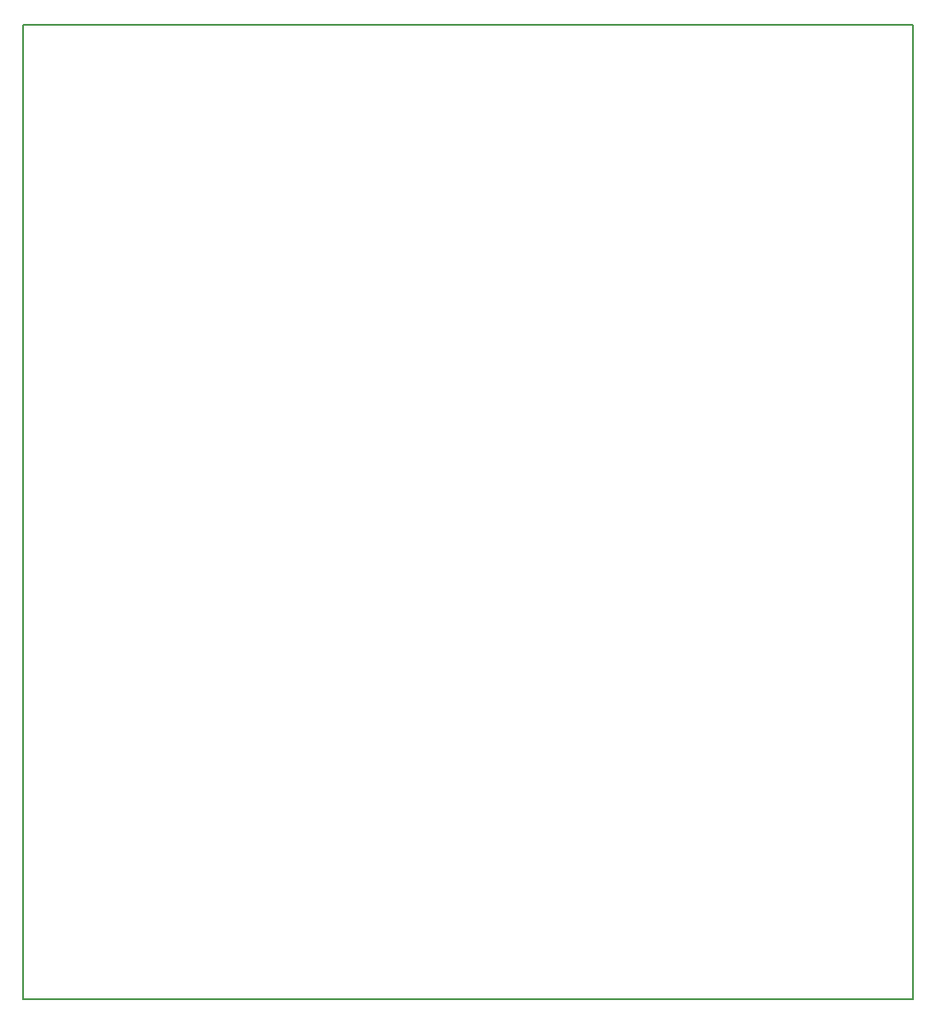
<source format=gbr>
G04 #@! TF.FileFunction,Profile,NP*
%FSLAX46Y46*%
G04 Gerber Fmt 4.6, Leading zero omitted, Abs format (unit mm)*
G04 Created by KiCad (PCBNEW 4.0.7) date 05/05/22 14:58:14*
%MOMM*%
%LPD*%
G01*
G04 APERTURE LIST*
%ADD10C,0.100000*%
%ADD11C,0.150000*%
G04 APERTURE END LIST*
D10*
D11*
X102000000Y-152000000D02*
X102000000Y-59000000D01*
X187000000Y-152000000D02*
X102000000Y-152000000D01*
X187000000Y-59000000D02*
X187000000Y-152000000D01*
X102000000Y-59000000D02*
X187000000Y-59000000D01*
M02*

</source>
